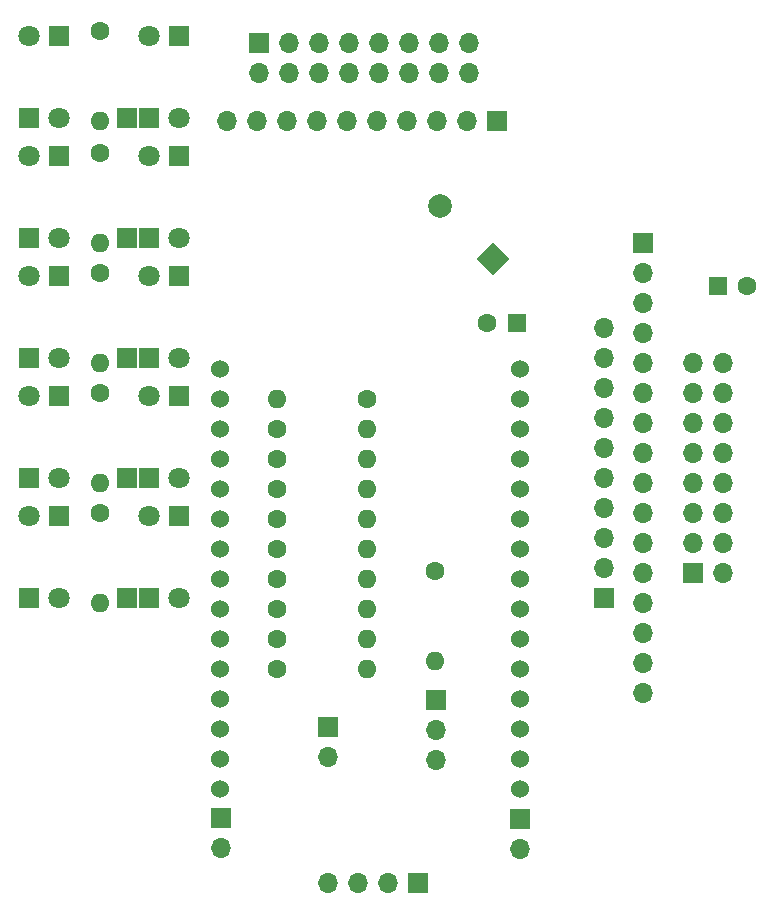
<source format=gbr>
%TF.GenerationSoftware,KiCad,Pcbnew,6.0.2+dfsg-1*%
%TF.CreationDate,2022-04-07T05:00:02+00:00*%
%TF.ProjectId,guante metaversal,6775616e-7465-4206-9d65-746176657273,rev?*%
%TF.SameCoordinates,Original*%
%TF.FileFunction,Soldermask,Bot*%
%TF.FilePolarity,Negative*%
%FSLAX46Y46*%
G04 Gerber Fmt 4.6, Leading zero omitted, Abs format (unit mm)*
G04 Created by KiCad (PCBNEW 6.0.2+dfsg-1) date 2022-04-07 05:00:02*
%MOMM*%
%LPD*%
G01*
G04 APERTURE LIST*
G04 Aperture macros list*
%AMRotRect*
0 Rectangle, with rotation*
0 The origin of the aperture is its center*
0 $1 length*
0 $2 width*
0 $3 Rotation angle, in degrees counterclockwise*
0 Add horizontal line*
21,1,$1,$2,0,0,$3*%
G04 Aperture macros list end*
%ADD10C,1.524000*%
%ADD11R,1.800000X1.800000*%
%ADD12C,1.800000*%
%ADD13R,1.700000X1.700000*%
%ADD14O,1.700000X1.700000*%
%ADD15R,1.600000X1.600000*%
%ADD16C,1.600000*%
%ADD17O,1.600000X1.600000*%
%ADD18RotRect,2.000000X2.000000X135.000000*%
%ADD19C,2.000000*%
G04 APERTURE END LIST*
D10*
%TO.C,U2*%
X140716000Y-106299000D03*
X140716000Y-108839000D03*
X140716000Y-111379000D03*
X140716000Y-113919000D03*
X140716000Y-116459000D03*
X140716000Y-118999000D03*
X140716000Y-121539000D03*
X140716000Y-124079000D03*
X140716000Y-126619000D03*
X140716000Y-129159000D03*
X140716000Y-131699000D03*
X140716000Y-134239000D03*
X140716000Y-136779000D03*
X140716000Y-139319000D03*
X140716000Y-141859000D03*
X166116000Y-141859000D03*
X166116000Y-139319000D03*
X166116000Y-136779000D03*
X166116000Y-134239000D03*
X166116000Y-131699000D03*
X166116000Y-129159000D03*
X166116000Y-126619000D03*
X166116000Y-124079000D03*
X166116000Y-121539000D03*
X166116000Y-118999000D03*
X166116000Y-116459000D03*
X166116000Y-113919000D03*
X166116000Y-111379000D03*
X166116000Y-108839000D03*
X166116000Y-106299000D03*
%TD*%
D11*
%TO.C,D4*%
X137287000Y-98425000D03*
D12*
X134747000Y-98425000D03*
%TD*%
D11*
%TO.C,D2*%
X127127000Y-98425000D03*
D12*
X124587000Y-98425000D03*
%TD*%
D11*
%TO.C,D4*%
X137287000Y-88265000D03*
D12*
X134747000Y-88265000D03*
%TD*%
D11*
%TO.C,D2*%
X127127000Y-88265000D03*
D12*
X124587000Y-88265000D03*
%TD*%
D11*
%TO.C,D1*%
X124587000Y-105410000D03*
D12*
X127127000Y-105410000D03*
%TD*%
D11*
%TO.C,D3*%
X134747000Y-105410000D03*
D12*
X137287000Y-105410000D03*
%TD*%
D13*
%TO.C,TP2*%
X132842000Y-105410000D03*
%TD*%
D11*
%TO.C,D3*%
X134747000Y-95250000D03*
D12*
X137287000Y-95250000D03*
%TD*%
D13*
%TO.C,TP2*%
X132842000Y-95250000D03*
%TD*%
%TO.C,J3*%
X166116000Y-144399000D03*
D14*
X166116000Y-146939000D03*
%TD*%
D13*
%TO.C,J4*%
X140843000Y-144335500D03*
D14*
X140843000Y-146875500D03*
%TD*%
D15*
%TO.C,C1*%
X165862000Y-102412800D03*
D16*
X163362000Y-102412800D03*
%TD*%
D11*
%TO.C,D1*%
X124587000Y-85090000D03*
D12*
X127127000Y-85090000D03*
%TD*%
D11*
%TO.C,D1*%
X124587000Y-95250000D03*
D12*
X127127000Y-95250000D03*
%TD*%
D11*
%TO.C,D3*%
X134747000Y-85090000D03*
D12*
X137287000Y-85090000D03*
%TD*%
D11*
%TO.C,D4*%
X137287000Y-78105000D03*
D12*
X134747000Y-78105000D03*
%TD*%
D13*
%TO.C,TP2*%
X132842000Y-85090000D03*
%TD*%
D11*
%TO.C,D2*%
X127127000Y-78105000D03*
D12*
X124587000Y-78105000D03*
%TD*%
D11*
%TO.C,D2*%
X127127000Y-108585000D03*
D12*
X124587000Y-108585000D03*
%TD*%
D11*
%TO.C,D1*%
X124587000Y-115570000D03*
D12*
X127127000Y-115570000D03*
%TD*%
D13*
%TO.C,TP2*%
X132842000Y-115570000D03*
%TD*%
D11*
%TO.C,D3*%
X134747000Y-115570000D03*
D12*
X137287000Y-115570000D03*
%TD*%
D11*
%TO.C,D4*%
X137287000Y-108585000D03*
D12*
X134747000Y-108585000D03*
%TD*%
D11*
%TO.C,D4*%
X137287000Y-118745000D03*
D12*
X134747000Y-118745000D03*
%TD*%
D11*
%TO.C,D2*%
X127127000Y-118745000D03*
D12*
X124587000Y-118745000D03*
%TD*%
D11*
%TO.C,D1*%
X124587000Y-125730000D03*
D12*
X127127000Y-125730000D03*
%TD*%
D11*
%TO.C,D3*%
X134747000Y-125730000D03*
D12*
X137287000Y-125730000D03*
%TD*%
D13*
%TO.C,TP2*%
X132842000Y-125730000D03*
%TD*%
%TO.C,J1*%
X180771800Y-123621800D03*
D14*
X183311800Y-123621800D03*
X180771800Y-121081800D03*
X183311800Y-121081800D03*
X180771800Y-118541800D03*
X183311800Y-118541800D03*
X180771800Y-116001800D03*
X183311800Y-116001800D03*
X180771800Y-113461800D03*
X183311800Y-113461800D03*
X180771800Y-110921800D03*
X183311800Y-110921800D03*
X180771800Y-108381800D03*
X183311800Y-108381800D03*
X180771800Y-105841800D03*
X183311800Y-105841800D03*
%TD*%
D13*
%TO.C,J1*%
X144018000Y-78740000D03*
D14*
X144018000Y-81280000D03*
X146558000Y-78740000D03*
X146558000Y-81280000D03*
X149098000Y-78740000D03*
X149098000Y-81280000D03*
X151638000Y-78740000D03*
X151638000Y-81280000D03*
X154178000Y-78740000D03*
X154178000Y-81280000D03*
X156718000Y-78740000D03*
X156718000Y-81280000D03*
X159258000Y-78740000D03*
X159258000Y-81280000D03*
X161798000Y-78740000D03*
X161798000Y-81280000D03*
%TD*%
%TO.C,U6*%
X151511000Y-85344000D03*
X148971000Y-85344000D03*
X141351000Y-85344000D03*
X146431000Y-85344000D03*
D13*
X164211000Y-85344000D03*
D14*
X161671000Y-85344000D03*
X154051000Y-85344000D03*
X143891000Y-85344000D03*
X159131000Y-85344000D03*
X156591000Y-85344000D03*
%TD*%
D16*
%TO.C,R1*%
X153162000Y-108826300D03*
D17*
X145542000Y-108826300D03*
%TD*%
D16*
%TO.C,R2*%
X145542000Y-111379000D03*
D17*
X153162000Y-111379000D03*
%TD*%
D16*
%TO.C,R4*%
X145542000Y-116459000D03*
D17*
X153162000Y-116459000D03*
%TD*%
D16*
%TO.C,R5*%
X145542000Y-118999000D03*
D17*
X153162000Y-118999000D03*
%TD*%
D16*
%TO.C,R6*%
X145542000Y-121539000D03*
D17*
X153162000Y-121539000D03*
%TD*%
D16*
%TO.C,R7*%
X145542000Y-124079000D03*
D17*
X153162000Y-124079000D03*
%TD*%
D16*
%TO.C,R9*%
X145542000Y-129159000D03*
D17*
X153162000Y-129159000D03*
%TD*%
D16*
%TO.C,R10*%
X145542000Y-131699000D03*
D17*
X153162000Y-131699000D03*
%TD*%
D16*
%TO.C,R11*%
X158953200Y-123456700D03*
D17*
X158953200Y-131076700D03*
%TD*%
D16*
%TO.C,R16*%
X130556000Y-77724000D03*
D17*
X130556000Y-85344000D03*
%TD*%
D16*
%TO.C,R16*%
X130556000Y-118516000D03*
D17*
X130556000Y-126136000D03*
%TD*%
D18*
%TO.C,BZ1*%
X163849728Y-96996928D03*
D19*
X159359600Y-92506800D03*
%TD*%
D13*
%TO.C,J5*%
X176530000Y-95631000D03*
D14*
X176530000Y-98171000D03*
X176530000Y-100711000D03*
X176530000Y-103251000D03*
X176530000Y-105791000D03*
X176530000Y-108331000D03*
X176530000Y-110871000D03*
X176530000Y-113411000D03*
X176530000Y-115951000D03*
X176530000Y-118491000D03*
X176530000Y-121031000D03*
X176530000Y-123571000D03*
X176530000Y-126111000D03*
X176530000Y-128651000D03*
X176530000Y-131191000D03*
X176530000Y-133731000D03*
%TD*%
D15*
%TO.C,C2*%
X182880000Y-99314000D03*
D16*
X185380000Y-99314000D03*
%TD*%
D14*
%TO.C,U7*%
X173228000Y-113030000D03*
X173228000Y-110490000D03*
X173228000Y-102870000D03*
X173228000Y-107950000D03*
D13*
X173228000Y-125730000D03*
D14*
X173228000Y-123190000D03*
X173228000Y-115570000D03*
X173228000Y-105410000D03*
X173228000Y-120650000D03*
X173228000Y-118110000D03*
%TD*%
D13*
%TO.C,J6*%
X157480000Y-149860000D03*
D14*
X154940000Y-149860000D03*
X152400000Y-149860000D03*
X149860000Y-149860000D03*
%TD*%
D13*
%TO.C,M6*%
X149860000Y-136652000D03*
D14*
X149860000Y-139192000D03*
%TD*%
D13*
%TO.C,Q1*%
X159016700Y-134378700D03*
D14*
X159016700Y-136918700D03*
X159016700Y-139458700D03*
%TD*%
D16*
%TO.C,R3*%
X145542000Y-113919000D03*
D17*
X153162000Y-113919000D03*
%TD*%
D16*
%TO.C,R8*%
X145542000Y-126619000D03*
D17*
X153162000Y-126619000D03*
%TD*%
D16*
%TO.C,R16*%
X130556000Y-98196000D03*
D17*
X130556000Y-105816000D03*
%TD*%
D16*
%TO.C,R16*%
X130556000Y-108356000D03*
D17*
X130556000Y-115976000D03*
%TD*%
D16*
%TO.C,R16*%
X130556000Y-88036000D03*
D17*
X130556000Y-95656000D03*
%TD*%
M02*

</source>
